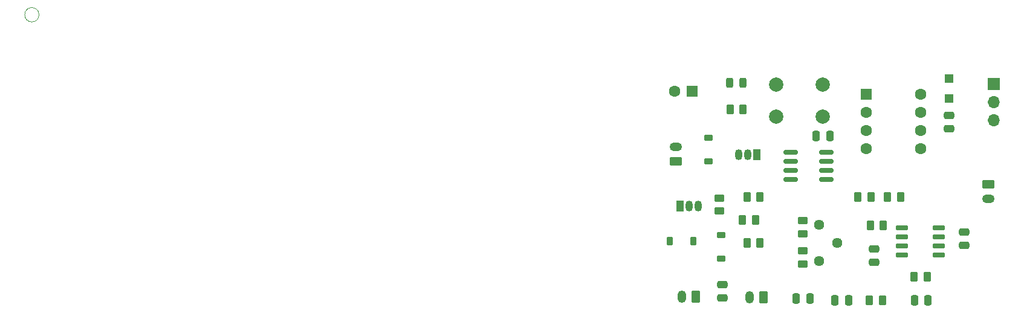
<source format=gts>
%TF.GenerationSoftware,KiCad,Pcbnew,8.0.0*%
%TF.CreationDate,2024-09-29T18:30:20+09:00*%
%TF.ProjectId,tiny402_sounds_player_V2_0807_,74696e79-3430-4325-9f73-6f756e64735f,rev?*%
%TF.SameCoordinates,Original*%
%TF.FileFunction,Soldermask,Top*%
%TF.FilePolarity,Negative*%
%FSLAX46Y46*%
G04 Gerber Fmt 4.6, Leading zero omitted, Abs format (unit mm)*
G04 Created by KiCad (PCBNEW 8.0.0) date 2024-09-29 18:30:20*
%MOMM*%
%LPD*%
G01*
G04 APERTURE LIST*
G04 Aperture macros list*
%AMRoundRect*
0 Rectangle with rounded corners*
0 $1 Rounding radius*
0 $2 $3 $4 $5 $6 $7 $8 $9 X,Y pos of 4 corners*
0 Add a 4 corners polygon primitive as box body*
4,1,4,$2,$3,$4,$5,$6,$7,$8,$9,$2,$3,0*
0 Add four circle primitives for the rounded corners*
1,1,$1+$1,$2,$3*
1,1,$1+$1,$4,$5*
1,1,$1+$1,$6,$7*
1,1,$1+$1,$8,$9*
0 Add four rect primitives between the rounded corners*
20,1,$1+$1,$2,$3,$4,$5,0*
20,1,$1+$1,$4,$5,$6,$7,0*
20,1,$1+$1,$6,$7,$8,$9,0*
20,1,$1+$1,$8,$9,$2,$3,0*%
G04 Aperture macros list end*
%ADD10C,0.100000*%
%ADD11RoundRect,0.250000X0.262500X0.450000X-0.262500X0.450000X-0.262500X-0.450000X0.262500X-0.450000X0*%
%ADD12RoundRect,0.250000X0.475000X-0.250000X0.475000X0.250000X-0.475000X0.250000X-0.475000X-0.250000X0*%
%ADD13RoundRect,0.250000X-0.262500X-0.450000X0.262500X-0.450000X0.262500X0.450000X-0.262500X0.450000X0*%
%ADD14RoundRect,0.250000X0.450000X-0.262500X0.450000X0.262500X-0.450000X0.262500X-0.450000X-0.262500X0*%
%ADD15RoundRect,0.250000X-0.475000X0.250000X-0.475000X-0.250000X0.475000X-0.250000X0.475000X0.250000X0*%
%ADD16RoundRect,0.150000X-0.725000X-0.150000X0.725000X-0.150000X0.725000X0.150000X-0.725000X0.150000X0*%
%ADD17RoundRect,0.150000X-0.825000X-0.150000X0.825000X-0.150000X0.825000X0.150000X-0.825000X0.150000X0*%
%ADD18R,1.200000X1.200000*%
%ADD19RoundRect,0.250000X0.625000X-0.350000X0.625000X0.350000X-0.625000X0.350000X-0.625000X-0.350000X0*%
%ADD20O,1.750000X1.200000*%
%ADD21C,1.440000*%
%ADD22RoundRect,0.250000X-0.250000X-0.475000X0.250000X-0.475000X0.250000X0.475000X-0.250000X0.475000X0*%
%ADD23RoundRect,0.225000X0.225000X0.375000X-0.225000X0.375000X-0.225000X-0.375000X0.225000X-0.375000X0*%
%ADD24R,1.600000X1.600000*%
%ADD25C,1.600000*%
%ADD26RoundRect,0.225000X0.375000X-0.225000X0.375000X0.225000X-0.375000X0.225000X-0.375000X-0.225000X0*%
%ADD27R,1.700000X1.700000*%
%ADD28O,1.700000X1.700000*%
%ADD29RoundRect,0.250000X0.350000X0.625000X-0.350000X0.625000X-0.350000X-0.625000X0.350000X-0.625000X0*%
%ADD30O,1.200000X1.750000*%
%ADD31R,1.050000X1.500000*%
%ADD32O,1.050000X1.500000*%
%ADD33C,2.000000*%
%ADD34RoundRect,0.250000X-0.625000X0.350000X-0.625000X-0.350000X0.625000X-0.350000X0.625000X0.350000X0*%
%ADD35RoundRect,0.243750X-0.243750X-0.456250X0.243750X-0.456250X0.243750X0.456250X-0.243750X0.456250X0*%
G04 APERTURE END LIST*
D10*
X14000000Y-58000000D02*
G75*
G02*
X12000000Y-58000000I-1000000J0D01*
G01*
X12000000Y-58000000D02*
G75*
G02*
X14000000Y-58000000I1000000J0D01*
G01*
D11*
%TO.C,R5*%
X112625000Y-71250000D03*
X110800000Y-71250000D03*
%TD*%
D12*
%TO.C,C7*%
X143587500Y-90350000D03*
X143587500Y-88450000D03*
%TD*%
D13*
%TO.C,R16*%
X130425000Y-87500000D03*
X132250000Y-87500000D03*
%TD*%
D14*
%TO.C,R14*%
X120987500Y-92920000D03*
X120987500Y-91095000D03*
%TD*%
D15*
%TO.C,C5*%
X141500000Y-72100000D03*
X141500000Y-74000000D03*
%TD*%
D16*
%TO.C,U4*%
X134837500Y-87845000D03*
X134837500Y-89115000D03*
X134837500Y-90385000D03*
X134837500Y-91655000D03*
X139987500Y-91655000D03*
X139987500Y-90385000D03*
X139987500Y-89115000D03*
X139987500Y-87845000D03*
%TD*%
D17*
%TO.C,U2*%
X119300000Y-77230000D03*
X119300000Y-78500000D03*
X119300000Y-79770000D03*
X119300000Y-81040000D03*
X124250000Y-81040000D03*
X124250000Y-79770000D03*
X124250000Y-78500000D03*
X124250000Y-77230000D03*
%TD*%
D18*
%TO.C,D4*%
X141500000Y-69750000D03*
X141500000Y-66950000D03*
%TD*%
D11*
%TO.C,R4*%
X115000000Y-83500000D03*
X113175000Y-83500000D03*
%TD*%
D19*
%TO.C,J2*%
X103200000Y-78500000D03*
D20*
X103200000Y-76500000D03*
%TD*%
D13*
%TO.C,R8*%
X132837500Y-83500000D03*
X134662500Y-83500000D03*
%TD*%
D21*
%TO.C,RV1*%
X123237500Y-92500000D03*
X125777500Y-89960000D03*
X123237500Y-87420000D03*
%TD*%
D22*
%TO.C,C8*%
X125500000Y-98000000D03*
X127400000Y-98000000D03*
%TD*%
D23*
%TO.C,D6*%
X105605000Y-89750000D03*
X102305000Y-89750000D03*
%TD*%
D15*
%TO.C,C9*%
X130987500Y-90800000D03*
X130987500Y-92700000D03*
%TD*%
D24*
%TO.C,C1*%
X105500000Y-68750000D03*
D25*
X103000000Y-68750000D03*
%TD*%
D11*
%TO.C,R13*%
X114325000Y-86750000D03*
X112500000Y-86750000D03*
%TD*%
D26*
%TO.C,D5*%
X109500000Y-92150000D03*
X109500000Y-88850000D03*
%TD*%
D14*
%TO.C,R11*%
X109250000Y-85500000D03*
X109250000Y-83675000D03*
%TD*%
D27*
%TO.C,J4*%
X147750000Y-67670000D03*
D28*
X147750000Y-70210000D03*
X147750000Y-72750000D03*
%TD*%
D13*
%TO.C,R6*%
X128675000Y-83500000D03*
X130500000Y-83500000D03*
%TD*%
D22*
%TO.C,C6*%
X120050000Y-97787500D03*
X121950000Y-97787500D03*
%TD*%
D29*
%TO.C,J6*%
X106000000Y-97500000D03*
D30*
X104000000Y-97500000D03*
%TD*%
D29*
%TO.C,J1*%
X115500000Y-97550000D03*
D30*
X113500000Y-97550000D03*
%TD*%
D13*
%TO.C,R10*%
X130325000Y-98000000D03*
X132150000Y-98000000D03*
%TD*%
D31*
%TO.C,Q3*%
X103800000Y-84800000D03*
D32*
X105070000Y-84800000D03*
X106340000Y-84800000D03*
%TD*%
D15*
%TO.C,C2*%
X109750000Y-95800000D03*
X109750000Y-97700000D03*
%TD*%
D33*
%TO.C,SW1*%
X117250000Y-67750000D03*
X123750000Y-67750000D03*
X117250000Y-72250000D03*
X123750000Y-72250000D03*
%TD*%
D26*
%TO.C,D1*%
X107750000Y-78500000D03*
X107750000Y-75200000D03*
%TD*%
D11*
%TO.C,R9*%
X115000000Y-90000000D03*
X113175000Y-90000000D03*
%TD*%
D34*
%TO.C,J5*%
X147000000Y-81750000D03*
D20*
X147000000Y-83750000D03*
%TD*%
D22*
%TO.C,C10*%
X136600000Y-98020000D03*
X138500000Y-98020000D03*
%TD*%
D24*
%TO.C,U3*%
X129880000Y-69130000D03*
D25*
X129880000Y-71670000D03*
X129880000Y-74210000D03*
X129880000Y-76750000D03*
X137500000Y-76750000D03*
X137500000Y-74210000D03*
X137500000Y-71670000D03*
X137500000Y-69130000D03*
%TD*%
D13*
%TO.C,R12*%
X136575000Y-94750000D03*
X138400000Y-94750000D03*
%TD*%
D31*
%TO.C,Q1*%
X114520000Y-77640000D03*
D32*
X113250000Y-77640000D03*
X111980000Y-77640000D03*
%TD*%
D22*
%TO.C,C4*%
X122850000Y-75000000D03*
X124750000Y-75000000D03*
%TD*%
D14*
%TO.C,R15*%
X120987500Y-88670000D03*
X120987500Y-86845000D03*
%TD*%
D35*
%TO.C,D2*%
X110750000Y-67500000D03*
X112625000Y-67500000D03*
%TD*%
M02*

</source>
